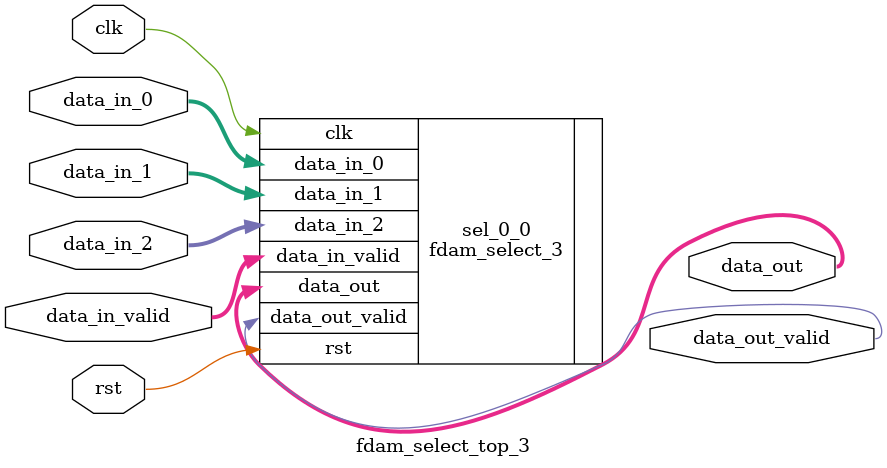
<source format=v>
module fdam_select_top_3 #
(
  parameter DATA_WIDTH = 32
)
(
  input clk,
  input rst,
  input [3-1:0] data_in_valid,
  input [DATA_WIDTH-1:0] data_in_0,
  input [DATA_WIDTH-1:0] data_in_1,
  input [DATA_WIDTH-1:0] data_in_2,
  output [DATA_WIDTH-1:0] data_out,
  output data_out_valid
);


  fdam_select_3
  #(
    .DATA_WIDTH(DATA_WIDTH)
  )
  sel_0_0
  (
    .clk(clk),
    .rst(rst),
    .data_in_valid(data_in_valid),
    .data_in_0(data_in_0),
    .data_in_1(data_in_1),
    .data_in_2(data_in_2),
    .data_out_valid(data_out_valid),
    .data_out(data_out)
  );

endmodule
</source>
